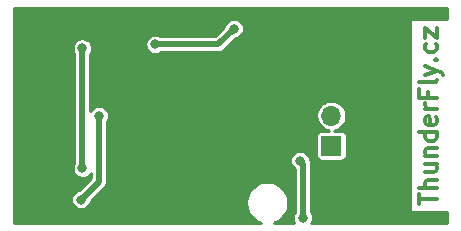
<source format=gbr>
G04 #@! TF.GenerationSoftware,KiCad,Pcbnew,(5.99.0-494-g9b7d4e274)*
G04 #@! TF.CreationDate,2020-06-15T11:42:29+02:00*
G04 #@! TF.ProjectId,TFRPM01B,54465250-4d30-4314-922e-6b696361645f,REV*
G04 #@! TF.SameCoordinates,Original*
G04 #@! TF.FileFunction,Copper,L1,Top*
G04 #@! TF.FilePolarity,Positive*
%FSLAX46Y46*%
G04 Gerber Fmt 4.6, Leading zero omitted, Abs format (unit mm)*
G04 Created by KiCad (PCBNEW (5.99.0-494-g9b7d4e274)) date 2020-06-15 11:42:29*
%MOMM*%
%LPD*%
G04 APERTURE LIST*
G04 #@! TA.AperFunction,NonConductor*
%ADD10C,0.300000*%
G04 #@! TD*
G04 #@! TA.AperFunction,ComponentPad*
%ADD11O,1.700000X1.700000*%
G04 #@! TD*
G04 #@! TA.AperFunction,ComponentPad*
%ADD12R,1.700000X1.700000*%
G04 #@! TD*
G04 #@! TA.AperFunction,ComponentPad*
%ADD13C,6.000000*%
G04 #@! TD*
G04 #@! TA.AperFunction,ViaPad*
%ADD14C,0.800000*%
G04 #@! TD*
G04 #@! TA.AperFunction,Conductor*
%ADD15C,0.500000*%
G04 #@! TD*
G04 #@! TA.AperFunction,Conductor*
%ADD16C,0.254000*%
G04 #@! TD*
G04 APERTURE END LIST*
D10*
X145736571Y-139798285D02*
X145736571Y-138941142D01*
X147236571Y-139369714D02*
X145736571Y-139369714D01*
X147236571Y-138441142D02*
X145736571Y-138441142D01*
X147236571Y-137798285D02*
X146450857Y-137798285D01*
X146308000Y-137869714D01*
X146236571Y-138012571D01*
X146236571Y-138226857D01*
X146308000Y-138369714D01*
X146379428Y-138441142D01*
X146236571Y-136441142D02*
X147236571Y-136441142D01*
X146236571Y-137084000D02*
X147022285Y-137084000D01*
X147165142Y-137012571D01*
X147236571Y-136869714D01*
X147236571Y-136655428D01*
X147165142Y-136512571D01*
X147093714Y-136441142D01*
X146236571Y-135726857D02*
X147236571Y-135726857D01*
X146379428Y-135726857D02*
X146308000Y-135655428D01*
X146236571Y-135512571D01*
X146236571Y-135298285D01*
X146308000Y-135155428D01*
X146450857Y-135084000D01*
X147236571Y-135084000D01*
X147236571Y-133726857D02*
X145736571Y-133726857D01*
X147165142Y-133726857D02*
X147236571Y-133869714D01*
X147236571Y-134155428D01*
X147165142Y-134298285D01*
X147093714Y-134369714D01*
X146950857Y-134441142D01*
X146522285Y-134441142D01*
X146379428Y-134369714D01*
X146308000Y-134298285D01*
X146236571Y-134155428D01*
X146236571Y-133869714D01*
X146308000Y-133726857D01*
X147165142Y-132441142D02*
X147236571Y-132584000D01*
X147236571Y-132869714D01*
X147165142Y-133012571D01*
X147022285Y-133084000D01*
X146450857Y-133084000D01*
X146308000Y-133012571D01*
X146236571Y-132869714D01*
X146236571Y-132584000D01*
X146308000Y-132441142D01*
X146450857Y-132369714D01*
X146593714Y-132369714D01*
X146736571Y-133084000D01*
X147236571Y-131726857D02*
X146236571Y-131726857D01*
X146522285Y-131726857D02*
X146379428Y-131655428D01*
X146308000Y-131584000D01*
X146236571Y-131441142D01*
X146236571Y-131298285D01*
X146450857Y-130298285D02*
X146450857Y-130798285D01*
X147236571Y-130798285D02*
X145736571Y-130798285D01*
X145736571Y-130084000D01*
X147236571Y-129298285D02*
X147165142Y-129441142D01*
X147022285Y-129512571D01*
X145736571Y-129512571D01*
X146236571Y-128869714D02*
X147236571Y-128512571D01*
X146236571Y-128155428D02*
X147236571Y-128512571D01*
X147593714Y-128655428D01*
X147665142Y-128726857D01*
X147736571Y-128869714D01*
X147093714Y-127584000D02*
X147165142Y-127512571D01*
X147236571Y-127584000D01*
X147165142Y-127655428D01*
X147093714Y-127584000D01*
X147236571Y-127584000D01*
X147165142Y-126226857D02*
X147236571Y-126369714D01*
X147236571Y-126655428D01*
X147165142Y-126798285D01*
X147093714Y-126869714D01*
X146950857Y-126941142D01*
X146522285Y-126941142D01*
X146379428Y-126869714D01*
X146308000Y-126798285D01*
X146236571Y-126655428D01*
X146236571Y-126369714D01*
X146308000Y-126226857D01*
X146236571Y-125726857D02*
X146236571Y-124941142D01*
X147236571Y-125726857D01*
X147236571Y-124941142D01*
D11*
G04 #@! TO.P,J1,3*
G04 #@! TO.N,GND*
X138303000Y-129791096D03*
G04 #@! TO.P,J1,2*
G04 #@! TO.N,Net-(C2-Pad1)*
X138303000Y-132331096D03*
D12*
G04 #@! TO.P,J1,1*
G04 #@! TO.N,/COUNT*
X138303000Y-134871096D03*
G04 #@! TD*
D13*
G04 #@! TO.P,M2,1*
G04 #@! TO.N,GND*
X132588000Y-132331096D03*
G04 #@! TD*
D14*
G04 #@! TO.N,GND*
X120904000Y-140970000D03*
X120904000Y-139954000D03*
X120904000Y-138938000D03*
X115316000Y-133855096D03*
X115316000Y-132331096D03*
X115316000Y-130807096D03*
X141986000Y-138938000D03*
X120396000Y-130048000D03*
X120396000Y-128524000D03*
X119634000Y-129286000D03*
X137806906Y-140061793D03*
X143002000Y-136652000D03*
X143002000Y-135382000D03*
X143002000Y-134109096D03*
X143764000Y-138935096D03*
X143764000Y-139951096D03*
X143764000Y-140967096D03*
X138176000Y-136903096D03*
X135636000Y-128775096D03*
X136652000Y-128775096D03*
X137668000Y-127759096D03*
X136652000Y-127759096D03*
X135636000Y-127759096D03*
X134620000Y-127759096D03*
X140208000Y-124965096D03*
X138938000Y-124965096D03*
X134874000Y-124965096D03*
X133858000Y-124965096D03*
G04 #@! TO.N,+5V*
X130048000Y-124965096D03*
X123383000Y-126296096D03*
G04 #@! TO.N,GND*
X129540000Y-128270000D03*
X130810000Y-129032000D03*
X126746000Y-128778000D03*
X117094000Y-123695096D03*
X120142000Y-134363096D03*
X112268000Y-125981096D03*
X112268000Y-126997096D03*
X112268000Y-128013096D03*
X112268000Y-129029096D03*
X112268000Y-138681096D03*
X112268000Y-137665096D03*
X112268000Y-136649096D03*
X112268000Y-135633096D03*
X127508000Y-137160000D03*
X127508000Y-138173096D03*
X125476000Y-134874000D03*
X124206000Y-134874000D03*
X115316000Y-140713096D03*
X117094000Y-140713096D03*
G04 #@! TO.N,+3V3*
X135636000Y-136141096D03*
X135890000Y-140967096D03*
G04 #@! TO.N,+5V*
X118618000Y-132331096D03*
X117094000Y-139443096D03*
G04 #@! TO.N,/SDA*
X117221000Y-136776096D03*
X117221000Y-126616096D03*
G04 #@! TO.N,GND*
X126746000Y-134874000D03*
X127762000Y-132842000D03*
X119888000Y-131064000D03*
X119888000Y-132842000D03*
X127762000Y-140970000D03*
X120650000Y-123698000D03*
X117094000Y-125222000D03*
X115824000Y-123698000D03*
G04 #@! TD*
D15*
G04 #@! TO.N,+5V*
X128717000Y-126296096D02*
X130048000Y-124965096D01*
X123383000Y-126296096D02*
X128717000Y-126296096D01*
G04 #@! TO.N,+3V3*
X135890000Y-136395096D02*
X135636000Y-136141096D01*
X135890000Y-140967096D02*
X135890000Y-136395096D01*
G04 #@! TO.N,+5V*
X118618000Y-137919096D02*
X118618000Y-132331096D01*
X117094000Y-139443096D02*
X118618000Y-137919096D01*
G04 #@! TO.N,/SDA*
X117221000Y-126616096D02*
X117221000Y-136776096D01*
G04 #@! TD*
G04 #@! TO.N,GND*
G36*
X148072000Y-124150857D02*
G01*
X144977000Y-124150857D01*
X144977000Y-140517143D01*
X148072001Y-140517143D01*
X148072001Y-141380096D01*
X136609462Y-141380096D01*
X136636907Y-141341118D01*
X136714022Y-141104482D01*
X136716295Y-140844112D01*
X136643321Y-140606165D01*
X136566000Y-140492178D01*
X136566000Y-136467218D01*
X136574577Y-136427379D01*
X136566000Y-136354912D01*
X136566000Y-136338990D01*
X136559477Y-136299803D01*
X136547463Y-136198294D01*
X136540669Y-136186806D01*
X136538388Y-136173102D01*
X136462175Y-136031855D01*
X136462295Y-136018112D01*
X136389321Y-135780165D01*
X136249890Y-135574615D01*
X136056184Y-135419149D01*
X135825327Y-135327513D01*
X135577731Y-135307808D01*
X135335287Y-135361780D01*
X135119430Y-135484652D01*
X134949245Y-135665565D01*
X134839779Y-135888520D01*
X134800710Y-136133806D01*
X134835492Y-136379738D01*
X134941051Y-136604570D01*
X135108053Y-136788425D01*
X135214001Y-136851207D01*
X135214000Y-140480132D01*
X135203245Y-140491565D01*
X135093779Y-140714520D01*
X135054710Y-140959806D01*
X135089492Y-141205738D01*
X135171353Y-141380096D01*
X133441514Y-141380096D01*
X133555747Y-141342980D01*
X133804826Y-141216067D01*
X134030986Y-141051752D01*
X134228656Y-140854082D01*
X134392971Y-140627922D01*
X134519884Y-140378843D01*
X134606268Y-140112977D01*
X134650000Y-139836871D01*
X134650000Y-139557321D01*
X134606268Y-139281215D01*
X134519884Y-139015349D01*
X134392971Y-138766270D01*
X134228656Y-138540110D01*
X134030986Y-138342440D01*
X133804826Y-138178125D01*
X133555747Y-138051212D01*
X133289881Y-137964828D01*
X133013775Y-137921096D01*
X132734225Y-137921096D01*
X132458119Y-137964828D01*
X132192253Y-138051212D01*
X131943174Y-138178125D01*
X131717014Y-138342440D01*
X131519344Y-138540110D01*
X131355029Y-138766270D01*
X131228116Y-139015349D01*
X131141732Y-139281215D01*
X131098000Y-139557321D01*
X131098000Y-139836871D01*
X131141732Y-140112977D01*
X131228116Y-140378843D01*
X131355029Y-140627922D01*
X131519344Y-140854082D01*
X131717014Y-141051752D01*
X131943174Y-141216067D01*
X132192253Y-141342980D01*
X132306486Y-141380096D01*
X111424000Y-141380096D01*
X111424000Y-139435806D01*
X116258710Y-139435806D01*
X116293492Y-139681738D01*
X116399051Y-139906570D01*
X116566052Y-140090424D01*
X116779732Y-140217046D01*
X117021197Y-140275239D01*
X117269099Y-140259860D01*
X117501520Y-140172267D01*
X117697911Y-140020205D01*
X117840907Y-139817118D01*
X117918022Y-139580483D01*
X117918070Y-139575033D01*
X119044998Y-138448104D01*
X119079240Y-138425995D01*
X119124426Y-138368678D01*
X119135675Y-138357429D01*
X119158767Y-138325116D01*
X119222056Y-138244834D01*
X119225375Y-138231907D01*
X119233453Y-138220603D01*
X119297933Y-138004992D01*
X119294000Y-137904876D01*
X119294000Y-134008686D01*
X137021123Y-134008686D01*
X137021123Y-135733506D01*
X137051718Y-135887313D01*
X137145871Y-136028225D01*
X137286783Y-136122378D01*
X137440590Y-136152973D01*
X139165410Y-136152973D01*
X139319217Y-136122378D01*
X139460129Y-136028225D01*
X139554282Y-135887313D01*
X139584877Y-135733506D01*
X139584877Y-134008686D01*
X139554282Y-133854879D01*
X139460129Y-133713967D01*
X139319217Y-133619814D01*
X139165410Y-133589219D01*
X138528557Y-133589219D01*
X138713851Y-133544905D01*
X138928171Y-133449708D01*
X139121554Y-133317049D01*
X139287523Y-133151368D01*
X139420519Y-132958219D01*
X139516090Y-132744066D01*
X139571425Y-132514464D01*
X139579485Y-132216592D01*
X139536648Y-131984334D01*
X139452798Y-131765325D01*
X139330441Y-131565265D01*
X139173674Y-131390852D01*
X138987749Y-131247929D01*
X138778891Y-131141282D01*
X138554096Y-131074481D01*
X138320892Y-131049765D01*
X138087088Y-131067959D01*
X137860515Y-131128458D01*
X137648762Y-131229232D01*
X137458918Y-131366908D01*
X137297343Y-131536876D01*
X137169447Y-131733442D01*
X137079515Y-131950023D01*
X137030557Y-132179366D01*
X137024214Y-132413791D01*
X137060697Y-132645447D01*
X137138786Y-132866575D01*
X137255864Y-133069770D01*
X137408011Y-133248225D01*
X137590131Y-133395967D01*
X137796125Y-133508046D01*
X138019095Y-133580707D01*
X138083314Y-133589219D01*
X137440590Y-133589219D01*
X137286783Y-133619814D01*
X137145871Y-133713967D01*
X137051718Y-133854879D01*
X137021123Y-134008686D01*
X119294000Y-134008686D01*
X119294000Y-132805822D01*
X119364907Y-132705119D01*
X119442022Y-132468482D01*
X119444295Y-132208112D01*
X119371321Y-131970165D01*
X119231890Y-131764615D01*
X119038184Y-131609149D01*
X118807327Y-131517513D01*
X118559731Y-131497808D01*
X118317287Y-131551780D01*
X118101430Y-131674652D01*
X117931245Y-131855565D01*
X117897000Y-131925314D01*
X117897000Y-127090822D01*
X117967907Y-126990119D01*
X118045022Y-126753482D01*
X118047295Y-126493112D01*
X117984639Y-126288806D01*
X122547710Y-126288806D01*
X122582492Y-126534738D01*
X122688051Y-126759570D01*
X122855052Y-126943424D01*
X123068732Y-127070046D01*
X123310197Y-127128239D01*
X123558099Y-127112860D01*
X123790520Y-127025267D01*
X123859192Y-126972096D01*
X128644878Y-126972096D01*
X128684717Y-126980673D01*
X128757184Y-126972096D01*
X128773106Y-126972096D01*
X128812291Y-126965574D01*
X128913802Y-126953559D01*
X128925288Y-126946766D01*
X128938994Y-126944485D01*
X129137049Y-126837619D01*
X129205104Y-126763998D01*
X130184871Y-125784231D01*
X130223098Y-125781860D01*
X130455520Y-125694267D01*
X130651911Y-125542205D01*
X130794907Y-125339118D01*
X130872022Y-125102482D01*
X130874295Y-124842112D01*
X130801321Y-124604165D01*
X130661890Y-124398615D01*
X130468184Y-124243149D01*
X130237327Y-124151513D01*
X129989731Y-124131808D01*
X129747287Y-124185780D01*
X129531430Y-124308652D01*
X129361245Y-124489565D01*
X129251779Y-124712520D01*
X129234200Y-124822887D01*
X128436992Y-125620096D01*
X123860433Y-125620096D01*
X123803184Y-125574149D01*
X123572327Y-125482513D01*
X123324731Y-125462808D01*
X123082287Y-125516780D01*
X122866430Y-125639652D01*
X122696245Y-125820565D01*
X122586779Y-126043520D01*
X122547710Y-126288806D01*
X117984639Y-126288806D01*
X117974321Y-126255165D01*
X117834890Y-126049615D01*
X117641184Y-125894149D01*
X117410327Y-125802513D01*
X117162731Y-125782808D01*
X116920287Y-125836780D01*
X116704430Y-125959652D01*
X116534245Y-126140565D01*
X116424779Y-126363520D01*
X116385710Y-126608806D01*
X116420492Y-126854738D01*
X116526051Y-127079570D01*
X116545000Y-127100431D01*
X116545001Y-136289131D01*
X116534245Y-136300565D01*
X116424779Y-136523520D01*
X116385710Y-136768806D01*
X116420492Y-137014738D01*
X116526051Y-137239570D01*
X116693052Y-137423424D01*
X116906732Y-137550046D01*
X117148197Y-137608239D01*
X117396099Y-137592860D01*
X117628520Y-137505267D01*
X117824911Y-137353205D01*
X117942000Y-137186912D01*
X117942000Y-137639088D01*
X116952824Y-138628265D01*
X116793287Y-138663780D01*
X116577430Y-138786652D01*
X116407245Y-138967565D01*
X116297779Y-139190520D01*
X116258710Y-139435806D01*
X111424000Y-139435806D01*
X111424000Y-123232096D01*
X148072000Y-123232096D01*
X148072000Y-124150857D01*
G37*
D16*
X148072000Y-124150857D02*
X144977000Y-124150857D01*
X144977000Y-140517143D01*
X148072001Y-140517143D01*
X148072001Y-141380096D01*
X136609462Y-141380096D01*
X136636907Y-141341118D01*
X136714022Y-141104482D01*
X136716295Y-140844112D01*
X136643321Y-140606165D01*
X136566000Y-140492178D01*
X136566000Y-136467218D01*
X136574577Y-136427379D01*
X136566000Y-136354912D01*
X136566000Y-136338990D01*
X136559477Y-136299803D01*
X136547463Y-136198294D01*
X136540669Y-136186806D01*
X136538388Y-136173102D01*
X136462175Y-136031855D01*
X136462295Y-136018112D01*
X136389321Y-135780165D01*
X136249890Y-135574615D01*
X136056184Y-135419149D01*
X135825327Y-135327513D01*
X135577731Y-135307808D01*
X135335287Y-135361780D01*
X135119430Y-135484652D01*
X134949245Y-135665565D01*
X134839779Y-135888520D01*
X134800710Y-136133806D01*
X134835492Y-136379738D01*
X134941051Y-136604570D01*
X135108053Y-136788425D01*
X135214001Y-136851207D01*
X135214000Y-140480132D01*
X135203245Y-140491565D01*
X135093779Y-140714520D01*
X135054710Y-140959806D01*
X135089492Y-141205738D01*
X135171353Y-141380096D01*
X133441514Y-141380096D01*
X133555747Y-141342980D01*
X133804826Y-141216067D01*
X134030986Y-141051752D01*
X134228656Y-140854082D01*
X134392971Y-140627922D01*
X134519884Y-140378843D01*
X134606268Y-140112977D01*
X134650000Y-139836871D01*
X134650000Y-139557321D01*
X134606268Y-139281215D01*
X134519884Y-139015349D01*
X134392971Y-138766270D01*
X134228656Y-138540110D01*
X134030986Y-138342440D01*
X133804826Y-138178125D01*
X133555747Y-138051212D01*
X133289881Y-137964828D01*
X133013775Y-137921096D01*
X132734225Y-137921096D01*
X132458119Y-137964828D01*
X132192253Y-138051212D01*
X131943174Y-138178125D01*
X131717014Y-138342440D01*
X131519344Y-138540110D01*
X131355029Y-138766270D01*
X131228116Y-139015349D01*
X131141732Y-139281215D01*
X131098000Y-139557321D01*
X131098000Y-139836871D01*
X131141732Y-140112977D01*
X131228116Y-140378843D01*
X131355029Y-140627922D01*
X131519344Y-140854082D01*
X131717014Y-141051752D01*
X131943174Y-141216067D01*
X132192253Y-141342980D01*
X132306486Y-141380096D01*
X111424000Y-141380096D01*
X111424000Y-139435806D01*
X116258710Y-139435806D01*
X116293492Y-139681738D01*
X116399051Y-139906570D01*
X116566052Y-140090424D01*
X116779732Y-140217046D01*
X117021197Y-140275239D01*
X117269099Y-140259860D01*
X117501520Y-140172267D01*
X117697911Y-140020205D01*
X117840907Y-139817118D01*
X117918022Y-139580483D01*
X117918070Y-139575033D01*
X119044998Y-138448104D01*
X119079240Y-138425995D01*
X119124426Y-138368678D01*
X119135675Y-138357429D01*
X119158767Y-138325116D01*
X119222056Y-138244834D01*
X119225375Y-138231907D01*
X119233453Y-138220603D01*
X119297933Y-138004992D01*
X119294000Y-137904876D01*
X119294000Y-134008686D01*
X137021123Y-134008686D01*
X137021123Y-135733506D01*
X137051718Y-135887313D01*
X137145871Y-136028225D01*
X137286783Y-136122378D01*
X137440590Y-136152973D01*
X139165410Y-136152973D01*
X139319217Y-136122378D01*
X139460129Y-136028225D01*
X139554282Y-135887313D01*
X139584877Y-135733506D01*
X139584877Y-134008686D01*
X139554282Y-133854879D01*
X139460129Y-133713967D01*
X139319217Y-133619814D01*
X139165410Y-133589219D01*
X138528557Y-133589219D01*
X138713851Y-133544905D01*
X138928171Y-133449708D01*
X139121554Y-133317049D01*
X139287523Y-133151368D01*
X139420519Y-132958219D01*
X139516090Y-132744066D01*
X139571425Y-132514464D01*
X139579485Y-132216592D01*
X139536648Y-131984334D01*
X139452798Y-131765325D01*
X139330441Y-131565265D01*
X139173674Y-131390852D01*
X138987749Y-131247929D01*
X138778891Y-131141282D01*
X138554096Y-131074481D01*
X138320892Y-131049765D01*
X138087088Y-131067959D01*
X137860515Y-131128458D01*
X137648762Y-131229232D01*
X137458918Y-131366908D01*
X137297343Y-131536876D01*
X137169447Y-131733442D01*
X137079515Y-131950023D01*
X137030557Y-132179366D01*
X137024214Y-132413791D01*
X137060697Y-132645447D01*
X137138786Y-132866575D01*
X137255864Y-133069770D01*
X137408011Y-133248225D01*
X137590131Y-133395967D01*
X137796125Y-133508046D01*
X138019095Y-133580707D01*
X138083314Y-133589219D01*
X137440590Y-133589219D01*
X137286783Y-133619814D01*
X137145871Y-133713967D01*
X137051718Y-133854879D01*
X137021123Y-134008686D01*
X119294000Y-134008686D01*
X119294000Y-132805822D01*
X119364907Y-132705119D01*
X119442022Y-132468482D01*
X119444295Y-132208112D01*
X119371321Y-131970165D01*
X119231890Y-131764615D01*
X119038184Y-131609149D01*
X118807327Y-131517513D01*
X118559731Y-131497808D01*
X118317287Y-131551780D01*
X118101430Y-131674652D01*
X117931245Y-131855565D01*
X117897000Y-131925314D01*
X117897000Y-127090822D01*
X117967907Y-126990119D01*
X118045022Y-126753482D01*
X118047295Y-126493112D01*
X117984639Y-126288806D01*
X122547710Y-126288806D01*
X122582492Y-126534738D01*
X122688051Y-126759570D01*
X122855052Y-126943424D01*
X123068732Y-127070046D01*
X123310197Y-127128239D01*
X123558099Y-127112860D01*
X123790520Y-127025267D01*
X123859192Y-126972096D01*
X128644878Y-126972096D01*
X128684717Y-126980673D01*
X128757184Y-126972096D01*
X128773106Y-126972096D01*
X128812291Y-126965574D01*
X128913802Y-126953559D01*
X128925288Y-126946766D01*
X128938994Y-126944485D01*
X129137049Y-126837619D01*
X129205104Y-126763998D01*
X130184871Y-125784231D01*
X130223098Y-125781860D01*
X130455520Y-125694267D01*
X130651911Y-125542205D01*
X130794907Y-125339118D01*
X130872022Y-125102482D01*
X130874295Y-124842112D01*
X130801321Y-124604165D01*
X130661890Y-124398615D01*
X130468184Y-124243149D01*
X130237327Y-124151513D01*
X129989731Y-124131808D01*
X129747287Y-124185780D01*
X129531430Y-124308652D01*
X129361245Y-124489565D01*
X129251779Y-124712520D01*
X129234200Y-124822887D01*
X128436992Y-125620096D01*
X123860433Y-125620096D01*
X123803184Y-125574149D01*
X123572327Y-125482513D01*
X123324731Y-125462808D01*
X123082287Y-125516780D01*
X122866430Y-125639652D01*
X122696245Y-125820565D01*
X122586779Y-126043520D01*
X122547710Y-126288806D01*
X117984639Y-126288806D01*
X117974321Y-126255165D01*
X117834890Y-126049615D01*
X117641184Y-125894149D01*
X117410327Y-125802513D01*
X117162731Y-125782808D01*
X116920287Y-125836780D01*
X116704430Y-125959652D01*
X116534245Y-126140565D01*
X116424779Y-126363520D01*
X116385710Y-126608806D01*
X116420492Y-126854738D01*
X116526051Y-127079570D01*
X116545000Y-127100431D01*
X116545001Y-136289131D01*
X116534245Y-136300565D01*
X116424779Y-136523520D01*
X116385710Y-136768806D01*
X116420492Y-137014738D01*
X116526051Y-137239570D01*
X116693052Y-137423424D01*
X116906732Y-137550046D01*
X117148197Y-137608239D01*
X117396099Y-137592860D01*
X117628520Y-137505267D01*
X117824911Y-137353205D01*
X117942000Y-137186912D01*
X117942000Y-137639088D01*
X116952824Y-138628265D01*
X116793287Y-138663780D01*
X116577430Y-138786652D01*
X116407245Y-138967565D01*
X116297779Y-139190520D01*
X116258710Y-139435806D01*
X111424000Y-139435806D01*
X111424000Y-123232096D01*
X148072000Y-123232096D01*
X148072000Y-124150857D01*
G04 #@! TD*
M02*

</source>
